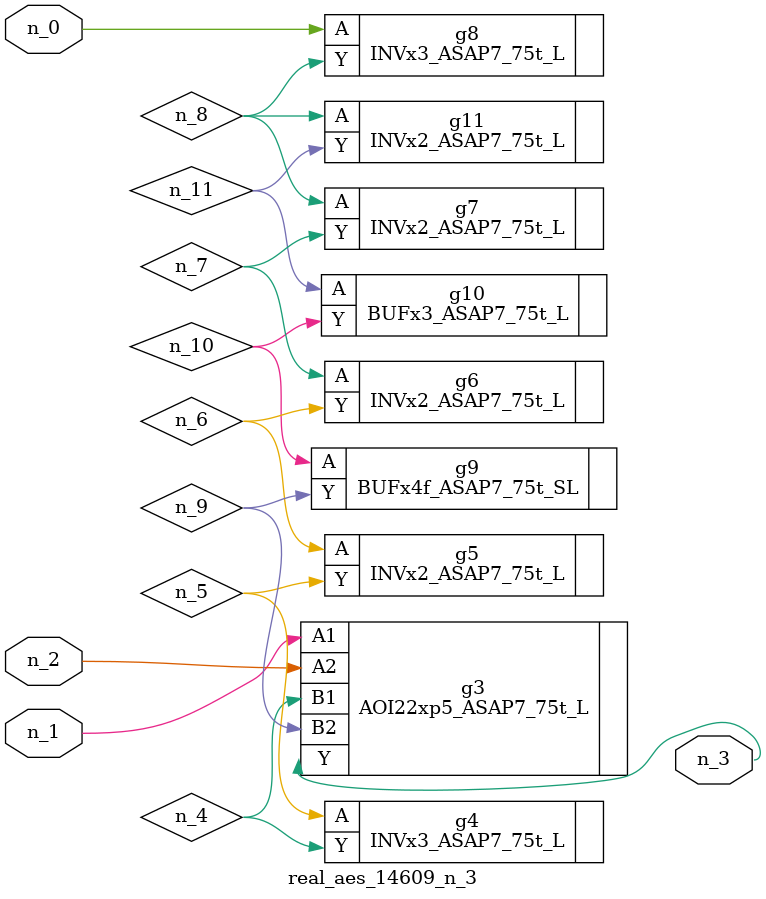
<source format=v>
module real_aes_14609_n_3 (n_0, n_2, n_1, n_3);
input n_0;
input n_2;
input n_1;
output n_3;
wire n_4;
wire n_5;
wire n_7;
wire n_9;
wire n_6;
wire n_8;
wire n_10;
wire n_11;
INVx3_ASAP7_75t_L g8 ( .A(n_0), .Y(n_8) );
AOI22xp5_ASAP7_75t_L g3 ( .A1(n_1), .A2(n_2), .B1(n_4), .B2(n_9), .Y(n_3) );
INVx3_ASAP7_75t_L g4 ( .A(n_5), .Y(n_4) );
INVx2_ASAP7_75t_L g5 ( .A(n_6), .Y(n_5) );
INVx2_ASAP7_75t_L g6 ( .A(n_7), .Y(n_6) );
INVx2_ASAP7_75t_L g7 ( .A(n_8), .Y(n_7) );
INVx2_ASAP7_75t_L g11 ( .A(n_8), .Y(n_11) );
BUFx4f_ASAP7_75t_SL g9 ( .A(n_10), .Y(n_9) );
BUFx3_ASAP7_75t_L g10 ( .A(n_11), .Y(n_10) );
endmodule
</source>
